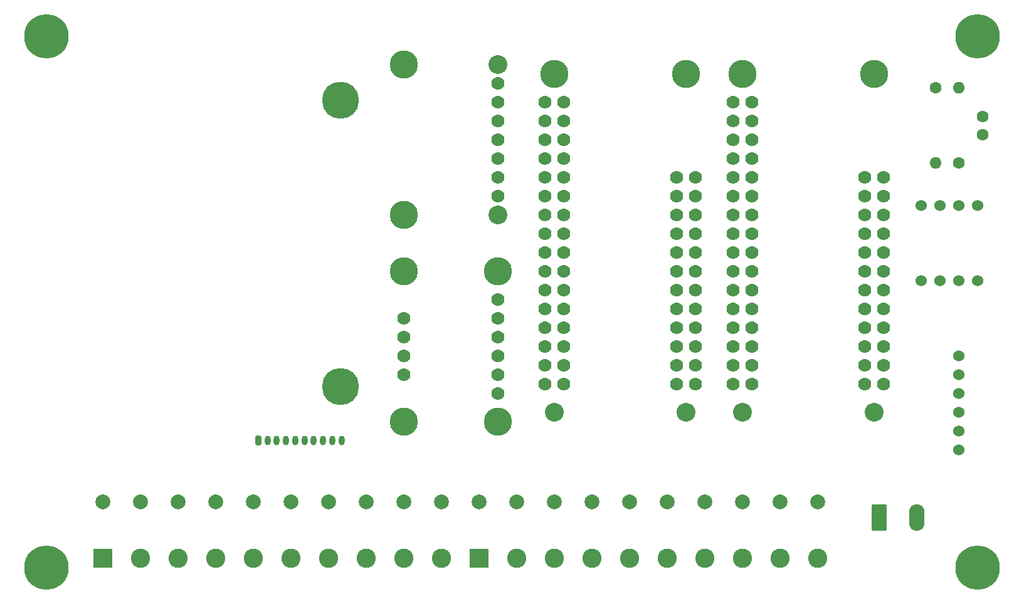
<source format=gts>
G04 #@! TF.GenerationSoftware,KiCad,Pcbnew,(6.0.5-0)*
G04 #@! TF.CreationDate,2023-01-24T18:47:57-05:00*
G04 #@! TF.ProjectId,Cryologger AWS,4372796f-6c6f-4676-9765-72204157532e,rev?*
G04 #@! TF.SameCoordinates,Original*
G04 #@! TF.FileFunction,Soldermask,Top*
G04 #@! TF.FilePolarity,Negative*
%FSLAX46Y46*%
G04 Gerber Fmt 4.6, Leading zero omitted, Abs format (unit mm)*
G04 Created by KiCad (PCBNEW (6.0.5-0)) date 2023-01-24 18:47:57*
%MOMM*%
%LPD*%
G01*
G04 APERTURE LIST*
G04 Aperture macros list*
%AMRoundRect*
0 Rectangle with rounded corners*
0 $1 Rounding radius*
0 $2 $3 $4 $5 $6 $7 $8 $9 X,Y pos of 4 corners*
0 Add a 4 corners polygon primitive as box body*
4,1,4,$2,$3,$4,$5,$6,$7,$8,$9,$2,$3,0*
0 Add four circle primitives for the rounded corners*
1,1,$1+$1,$2,$3*
1,1,$1+$1,$4,$5*
1,1,$1+$1,$6,$7*
1,1,$1+$1,$8,$9*
0 Add four rect primitives between the rounded corners*
20,1,$1+$1,$2,$3,$4,$5,0*
20,1,$1+$1,$4,$5,$6,$7,0*
20,1,$1+$1,$6,$7,$8,$9,0*
20,1,$1+$1,$8,$9,$2,$3,0*%
G04 Aperture macros list end*
%ADD10C,6.000000*%
%ADD11C,2.540000*%
%ADD12C,3.810000*%
%ADD13C,1.778000*%
%ADD14RoundRect,0.200000X-0.200000X-0.450000X0.200000X-0.450000X0.200000X0.450000X-0.200000X0.450000X0*%
%ADD15O,0.800000X1.300000*%
%ADD16C,1.600000*%
%ADD17O,1.600000X1.600000*%
%ADD18C,4.999990*%
%ADD19RoundRect,0.249999X-0.790001X-1.550001X0.790001X-1.550001X0.790001X1.550001X-0.790001X1.550001X0*%
%ADD20O,2.080000X3.600000*%
%ADD21R,2.600000X2.600000*%
%ADD22C,2.600000*%
%ADD23C,1.524000*%
%ADD24C,2.000000*%
G04 APERTURE END LIST*
D10*
X91440000Y-60960000D03*
D11*
X177800000Y-111760000D03*
D12*
X160020000Y-66040000D03*
X177800000Y-66040000D03*
D11*
X160020000Y-111760000D03*
D13*
X158750000Y-69850000D03*
X161290000Y-69850000D03*
X158750000Y-72390000D03*
X161290000Y-72390000D03*
X161290000Y-74930000D03*
X158750000Y-74930000D03*
X158750000Y-77470000D03*
X161290000Y-77470000D03*
X158750000Y-80010000D03*
X161290000Y-80010000D03*
X161290000Y-82550000D03*
X158750000Y-82550000D03*
X158750000Y-85090000D03*
X161290000Y-85090000D03*
X158750000Y-87630000D03*
X161290000Y-87630000D03*
X158750000Y-90170000D03*
X161290000Y-90170000D03*
X161290000Y-92710000D03*
X158750000Y-92710000D03*
X158750000Y-95250000D03*
X161290000Y-95250000D03*
X158750000Y-97790000D03*
X161290000Y-97790000D03*
X158750000Y-100330000D03*
X161290000Y-100330000D03*
X161290000Y-102870000D03*
X158750000Y-102870000D03*
X161290000Y-105410000D03*
X158750000Y-105410000D03*
X161290000Y-107950000D03*
X158750000Y-107950000D03*
X176530000Y-80010000D03*
X179070000Y-80010000D03*
X176530000Y-82550000D03*
X179070000Y-82550000D03*
X176530000Y-85090000D03*
X179070000Y-85090000D03*
X176530000Y-87630000D03*
X179070000Y-87630000D03*
X179070000Y-90170000D03*
X176530000Y-90170000D03*
X179070000Y-92710000D03*
X176530000Y-92710000D03*
X176530000Y-95250000D03*
X179070000Y-95250000D03*
X176530000Y-97790000D03*
X179070000Y-97790000D03*
X179070000Y-100330000D03*
X176530000Y-100330000D03*
X176530000Y-102870000D03*
X179070000Y-102870000D03*
X179070000Y-105410000D03*
X176530000Y-105410000D03*
X179070000Y-107950000D03*
X176530000Y-107950000D03*
D10*
X217170000Y-132715000D03*
X217170000Y-60960000D03*
D11*
X185420000Y-111760000D03*
D12*
X185420000Y-66040000D03*
D11*
X203200000Y-111760000D03*
D12*
X203200000Y-66040000D03*
D13*
X186690000Y-69850000D03*
X184150000Y-69850000D03*
X186690000Y-72390000D03*
X184150000Y-72390000D03*
X184150000Y-74930000D03*
X186690000Y-74930000D03*
X184150000Y-77470000D03*
X186690000Y-77470000D03*
X184150000Y-80010000D03*
X186690000Y-80010000D03*
X184150000Y-82550000D03*
X186690000Y-82550000D03*
X184150000Y-85090000D03*
X186690000Y-85090000D03*
X186690000Y-87630000D03*
X184150000Y-87630000D03*
X186690000Y-90170000D03*
X184150000Y-90170000D03*
X186690000Y-92710000D03*
X184150000Y-92710000D03*
X184150000Y-95250000D03*
X186690000Y-95250000D03*
X184150000Y-97790000D03*
X186690000Y-97790000D03*
X186690000Y-100330000D03*
X184150000Y-100330000D03*
X186690000Y-102870000D03*
X184150000Y-102870000D03*
X186690000Y-105410000D03*
X184150000Y-105410000D03*
X186690000Y-107950000D03*
X184150000Y-107950000D03*
X204470000Y-80010000D03*
X201930000Y-80010000D03*
X204470000Y-82550000D03*
X201930000Y-82550000D03*
X201930000Y-85090000D03*
X204470000Y-85090000D03*
X201930000Y-87630000D03*
X204470000Y-87630000D03*
X204470000Y-90170000D03*
X201930000Y-90170000D03*
X204470000Y-92710000D03*
X201930000Y-92710000D03*
X201930000Y-95250000D03*
X204470000Y-95250000D03*
X204470000Y-97790000D03*
X201930000Y-97790000D03*
X201930000Y-100330000D03*
X204470000Y-100330000D03*
X204470000Y-102870000D03*
X201930000Y-102870000D03*
X204470000Y-105410000D03*
X201930000Y-105410000D03*
X204470000Y-107950000D03*
X201930000Y-107950000D03*
D14*
X120015000Y-115570000D03*
D15*
X121265000Y-115570000D03*
X122515000Y-115570000D03*
X123765000Y-115570000D03*
X125015000Y-115570000D03*
X126265000Y-115570000D03*
X127515000Y-115570000D03*
X128765000Y-115570000D03*
X130015000Y-115570000D03*
X131265000Y-115570000D03*
D10*
X91440000Y-132715000D03*
D16*
X214630000Y-78085000D03*
D17*
X214630000Y-67925000D03*
D16*
X217805000Y-71775000D03*
X217805000Y-74275000D03*
D18*
X131110000Y-69550000D03*
X131110000Y-108250000D03*
D16*
X211455000Y-67925000D03*
D17*
X211455000Y-78085000D03*
D19*
X203835000Y-125984000D03*
D20*
X208915000Y-125984000D03*
D12*
X139700000Y-113030000D03*
X152400000Y-113030000D03*
X139700000Y-92710000D03*
X152400000Y-92710000D03*
D13*
X152400000Y-109220000D03*
X152400000Y-106680000D03*
X152400000Y-104140000D03*
X152400000Y-101600000D03*
X152400000Y-99060000D03*
X152400000Y-96520000D03*
X139700000Y-106680000D03*
X139700000Y-104140000D03*
X139700000Y-101600000D03*
X139700000Y-99060000D03*
D21*
X149860000Y-131445000D03*
D22*
X154940000Y-131445000D03*
X160020000Y-131445000D03*
X165100000Y-131445000D03*
X170180000Y-131445000D03*
X175260000Y-131445000D03*
X180340000Y-131445000D03*
X185420000Y-131445000D03*
X190500000Y-131445000D03*
X195580000Y-131445000D03*
D11*
X152400000Y-85090000D03*
X152400000Y-64770000D03*
D12*
X139700000Y-85090000D03*
X139700000Y-64770000D03*
D13*
X152400000Y-82550000D03*
X152400000Y-80010000D03*
X152400000Y-77470000D03*
X152400000Y-74930000D03*
X152400000Y-72390000D03*
X152400000Y-69850000D03*
X152400000Y-67310000D03*
D23*
X209550000Y-83820000D03*
X212090000Y-83820000D03*
X214630000Y-83820000D03*
X217170000Y-83820000D03*
D24*
X99060000Y-123849000D03*
X104140000Y-123849000D03*
X109220000Y-123849000D03*
X114300000Y-123849000D03*
X119380000Y-123849000D03*
X124460000Y-123849000D03*
X129540000Y-123849000D03*
X134620000Y-123849000D03*
X139700000Y-123849000D03*
X144780000Y-123849000D03*
X149860000Y-123849000D03*
X154940000Y-123849000D03*
X160020000Y-123849000D03*
X165100000Y-123849000D03*
X170180000Y-123849000D03*
X175260000Y-123849000D03*
X180340000Y-123849000D03*
X185420000Y-123849000D03*
X190500000Y-123849000D03*
X195580000Y-123849000D03*
D23*
X209550000Y-93980000D03*
X212090000Y-93980000D03*
X214630000Y-93980000D03*
X217170000Y-93980000D03*
X214630000Y-116840000D03*
X214630000Y-111760000D03*
X214630000Y-114300000D03*
X214630000Y-109220000D03*
X214630000Y-106680000D03*
X214630000Y-104140000D03*
D21*
X99060000Y-131445000D03*
D22*
X104140000Y-131445000D03*
X109220000Y-131445000D03*
X114300000Y-131445000D03*
X119380000Y-131445000D03*
X124460000Y-131445000D03*
X129540000Y-131445000D03*
X134620000Y-131445000D03*
X139700000Y-131445000D03*
X144780000Y-131445000D03*
M02*

</source>
